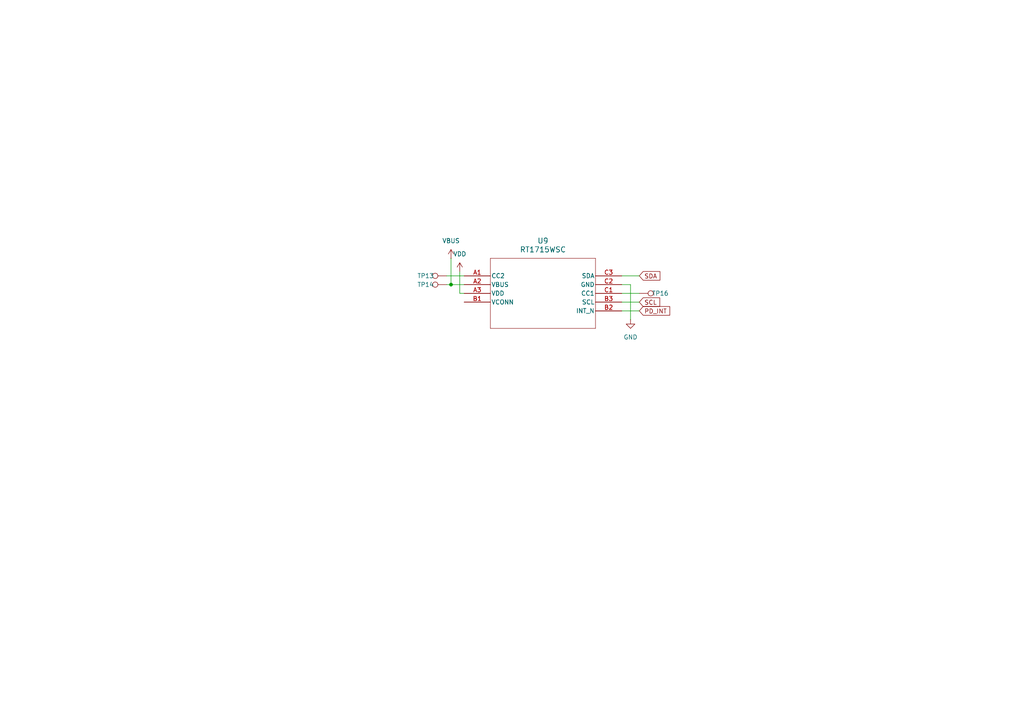
<source format=kicad_sch>
(kicad_sch (version 20250114) (generator "eeschema") (generator_version "9.0")
  (paper "A4")
  (lib_symbols
    (symbol "Connector:TestPoint" (pin_numbers (hide yes)) (pin_names (offset 0.762) (hide yes))
      (property "Reference" "TP" (at 0 6.858 0))
      (property "Value" "TestPoint" (at 0 5.08 0))
      (symbol "TestPoint_0_1"
        (circle (center 0 3.302) (radius 0.762))
      )
      (symbol "TestPoint_1_1"
        (pin passive line (at 0 0 90) (length 2.54) (name "1") (number "1"))
      )
    )
    (symbol "RoseDaggerDev:RT1715WSC" (pin_names (offset 0.254))
      (property "Reference" "U" (at 22.86 10.16 0))
      (property "Value" "RT1715WSC" (at 22.86 7.62 0))
      (symbol "RT1715WSC_0_1"
        (polyline (pts (xy 7.62 5.08) (xy 7.62 -15.24)) (stroke (width 0.127)))
        (polyline (pts (xy 7.62 -15.24) (xy 38.1 -15.24)) (stroke (width 0.127)))
        (polyline (pts (xy 38.1 5.08) (xy 7.62 5.08)) (stroke (width 0.127)))
        (polyline (pts (xy 38.1 -15.24) (xy 38.1 5.08)) (stroke (width 0.127)))
        (pin bidirectional line (at 0 0 0) (length 7.62) (name "CC2") (number "A1"))
        (pin unspecified line (at 0 -2.54 0) (length 7.62) (name "VBUS") (number "A2"))
        (pin power_in line (at 0 -5.08 0) (length 7.62) (name "VDD") (number "A3"))
        (pin unspecified line (at 0 -7.62 0) (length 7.62) (name "VCONN") (number "B1"))
        (pin unspecified line (at 45.72 0 180) (length 7.62) (name "SDA") (number "C3"))
        (pin power_out line (at 45.72 -2.54 180) (length 7.62) (name "GND") (number "C2"))
        (pin bidirectional line (at 45.72 -5.08 180) (length 7.62) (name "CC1") (number "C1"))
        (pin unspecified line (at 45.72 -7.62 180) (length 7.62) (name "SCL") (number "B3"))
        (pin input line (at 45.72 -10.16 180) (length 7.62) (name "INT_N") (number "B2"))
      )
    )
    (symbol "power:GND" (power) (pin_numbers (hide yes)) (pin_names (offset 0) (hide yes))
      (property "Value" "GND" (at 0 -3.81 0))
      (symbol "GND_0_1"
        (polyline (pts (xy 0 0) (xy 0 -1.27) (xy 1.27 -1.27) (xy 0 -2.54) (xy -1.27 -1.27) (xy 0 -1.27)))
      )
      (symbol "GND_1_1"
        (pin power_in line (at 0 0 270) (length 0) (name "~") (number "1"))
      )
    )
    (symbol "power:VBUS" (power) (pin_numbers (hide yes)) (pin_names (offset 0) (hide yes))
      (property "Value" "VBUS" (at 0 3.556 0))
      (symbol "VBUS_0_1"
        (polyline (pts (xy -0.762 1.27) (xy 0 2.54)))
        (polyline (pts (xy 0 2.54) (xy 0.762 1.27)))
        (polyline (pts (xy 0 0) (xy 0 2.54)))
      )
      (symbol "VBUS_1_1"
        (pin power_in line (at 0 0 90) (length 0) (name "~") (number "1"))
      )
    )
    (symbol "power:VDD" (power) (pin_numbers (hide yes)) (pin_names (offset 0) (hide yes))
      (property "Value" "VDD" (at 0 3.556 0))
      (symbol "VDD_0_1"
        (polyline (pts (xy -0.762 1.27) (xy 0 2.54)))
        (polyline (pts (xy 0 2.54) (xy 0.762 1.27)))
        (polyline (pts (xy 0 0) (xy 0 2.54)))
      )
      (symbol "VDD_1_1"
        (pin power_in line (at 0 0 90) (length 0) (name "~") (number "1"))
      )
    )
  )
  (junction (at 130.81 82.55))
  (wire (pts (xy 180.34 85.09) (xy 185.42 85.09)))
  (wire (pts (xy 180.34 82.55) (xy 182.88 82.55)))
  (wire (pts (xy 129.54 82.55) (xy 130.81 82.55)))
  (wire (pts (xy 180.34 87.63) (xy 185.42 87.63)))
  (wire (pts (xy 129.54 80.01) (xy 134.62 80.01)))
  (wire (pts (xy 130.81 74.93) (xy 130.81 82.55)))
  (wire (pts (xy 130.81 82.55) (xy 134.62 82.55)))
  (wire (pts (xy 133.35 78.74) (xy 133.35 85.09)))
  (wire (pts (xy 180.34 90.17) (xy 185.42 90.17)))
  (wire (pts (xy 180.34 80.01) (xy 185.42 80.01)))
  (wire (pts (xy 133.35 85.09) (xy 134.62 85.09)))
  (wire (pts (xy 182.88 82.55) (xy 182.88 92.71)))
  (global_label "SDA" (shape input) (at 185.42 80.01 0) (property "Intersheetrefs" "${INTERSHEET_REFS}" (effects (hide yes))))
  (global_label "SCL" (shape input) (at 185.42 87.63 0) (property "Intersheetrefs" "${INTERSHEET_REFS}" (effects (hide yes))))
  (global_label "PD_INT" (shape input) (at 185.42 90.17 0) (property "Intersheetrefs" "${INTERSHEET_REFS}" (effects (hide yes))))
  (symbol (lib_id "Connector:TestPoint") (at 129.54 82.55 90) (unit 1)
    (property "Reference" "TP14" (at 123.444 82.55 90))
    (property "Value" "SDA" (effects (hide yes)))
    (property "Footprint" "TestPoint:TestPoint_Pad_D1.0mm" (effects (hide yes)))
  )
  (symbol (lib_id "Connector:TestPoint") (at 129.54 80.01 90) (unit 1)
    (property "Reference" "TP13" (at 123.444 80.01 90))
    (property "Value" "SDA" (effects (hide yes)))
    (property "Footprint" "TestPoint:TestPoint_Pad_D1.0mm" (effects (hide yes)))
  )
  (symbol (lib_id "RoseDaggerDev:RT1715WSC") (at 134.62 80.01 0) (unit 1)
    (property "Reference" "U9" (at 157.48 69.85 0) (effects (font (size 1.524 1.524))))
    (property "Value" "RT1715WSC" (at 157.48 72.39 0) (effects (font (size 1.524 1.524))))
    (property "Footprint" "RoseDaggerDev:BGA3X3_RT1715WSC_RIT" (effects (hide yes)))
    (property "Datasheet" "RT1715WSC" (effects (hide yes)))
  )
  (symbol (lib_id "power:VDD") (at 133.35 78.74 0) (unit 1)
    (property "Reference" "#PWR054" (effects (hide yes)))
    (property "Value" "VDD" (at 133.35 73.66 0))
    (property "Description" "Power symbol creates a global label with name \"VDD\"" (effects (hide yes)))
  )
  (symbol (lib_id "power:GND") (at 182.88 92.71 0) (unit 1)
    (property "Reference" "#PWR049" (effects (hide yes)))
    (property "Value" "GND" (at 182.88 97.79 0))
    (property "Description" "Power symbol creates a global label with name \"GND\" , ground" (effects (hide yes)))
  )
  (symbol (lib_id "power:VBUS") (at 130.81 74.93 0) (unit 1)
    (property "Reference" "#PWR050" (effects (hide yes)))
    (property "Value" "VBUS" (at 130.81 69.85 0))
    (property "Description" "Power symbol creates a global label with name \"VBUS\"" (effects (hide yes)))
  )
  (symbol (lib_id "Connector:TestPoint") (at 185.42 85.09 270) (unit 1)
    (property "Reference" "TP16" (at 191.516 85.09 90))
    (property "Value" "SDA" (effects (hide yes)))
    (property "Footprint" "TestPoint:TestPoint_Pad_D1.0mm" (effects (hide yes)))
  )
)
</source>
